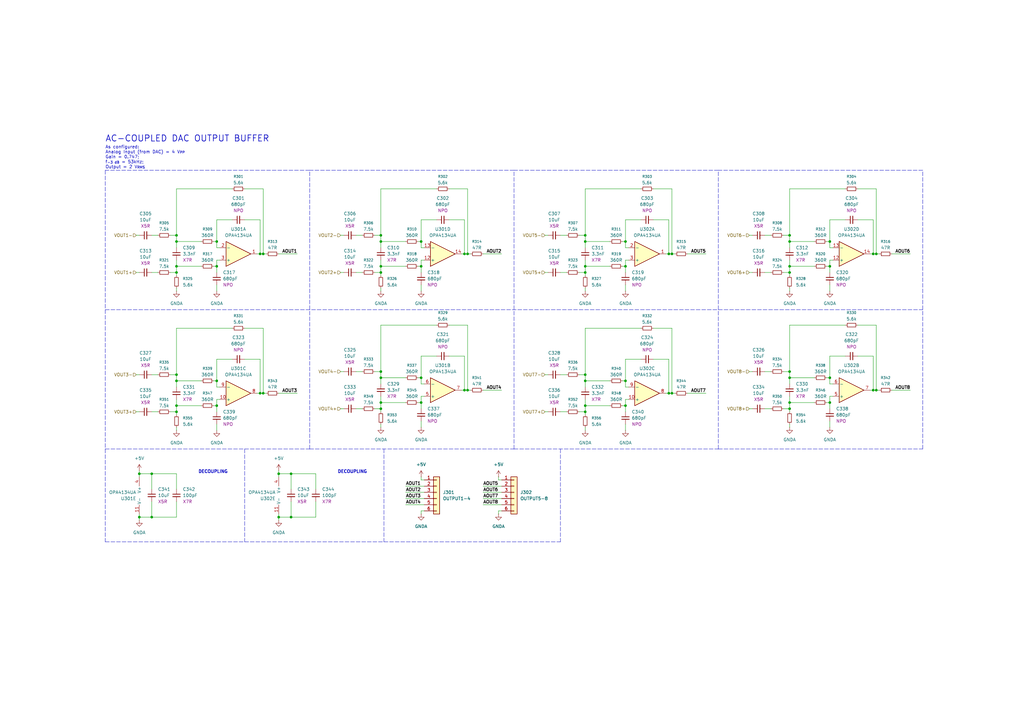
<source format=kicad_sch>
(kicad_sch (version 20250114) (generator "eeschema") (generator_version "9.0")
  (paper "A3")
  (title_block (title "PCM3168APAP Analog Outputs") (date "2026-01-13") (rev "0.1") (comment 1 "Post-LPF and Differential to Single-Ended Buffer for DAC Output") (comment 2 "See Figure 61 from PCM3168APAP datasheet, p. 54"))
  (text "As configured:\nAnalog Input (from DAC) = 4 V_{PP}\nGain = 0.747;\nf_{-3 dB} = 53kHz;\nOutput = 2 V_{RMS}" (at 43.18 59.69 0) (effects (font (size 1.27 1.27) (thickness 0.1588)) (justify left top)))
  (text "DECOUPLING" (at 81.28 194.31 0) (effects (font (size 1.27 1.27) (thickness 0.254) (bold yes)) (justify left bottom)))
  (text "AC-COUPLED DAC OUTPUT BUFFER" (at 43.18 58.42 0) (effects (font (size 2.54 2.54) (thickness 0.254) (bold yes)) (justify left bottom)))
  (text "DECOUPLING" (at 138.43 194.31 0) (effects (font (size 1.27 1.27) (thickness 0.254) (bold yes)) (justify left bottom)))
  (junction (at 119.38 212.09))
  (junction (at 323.85 99.06))
  (junction (at 340.36 109.22))
  (junction (at 72.39 99.06))
  (junction (at 256.54 166.37))
  (junction (at 57.15 194.31))
  (junction (at 359.41 104.14))
  (junction (at 106.68 104.14))
  (junction (at 256.54 156.21))
  (junction (at 340.36 165.1))
  (junction (at 72.39 156.21))
  (junction (at 114.3 194.31))
  (junction (at 323.85 96.52))
  (junction (at 114.3 212.09))
  (junction (at 358.14 160.02))
  (junction (at 275.59 161.29))
  (junction (at 156.21 96.52))
  (junction (at 72.39 109.22))
  (junction (at 172.72 99.06))
  (junction (at 323.85 165.1))
  (junction (at 359.41 160.02))
  (junction (at 172.72 109.22))
  (junction (at 240.03 166.37))
  (junction (at 240.03 99.06))
  (junction (at 172.72 165.1))
  (junction (at 72.39 96.52))
  (junction (at 240.03 111.76))
  (junction (at 256.54 99.06))
  (junction (at 340.36 154.94))
  (junction (at 107.95 104.14))
  (junction (at 240.03 156.21))
  (junction (at 274.32 161.29))
  (junction (at 57.15 212.09))
  (junction (at 88.9 156.21))
  (junction (at 323.85 154.94))
  (junction (at 72.39 168.91))
  (junction (at 323.85 167.64))
  (junction (at 240.03 109.22))
  (junction (at 156.21 167.64))
  (junction (at 172.72 154.94))
  (junction (at 62.23 212.09))
  (junction (at 191.77 160.02))
  (junction (at 107.95 161.29))
  (junction (at 62.23 194.31))
  (junction (at 274.32 104.14))
  (junction (at 323.85 111.76))
  (junction (at 358.14 104.14))
  (junction (at 119.38 194.31))
  (junction (at 156.21 111.76))
  (junction (at 323.85 109.22))
  (junction (at 323.85 152.4))
  (junction (at 106.68 161.29))
  (junction (at 190.5 160.02))
  (junction (at 72.39 166.37))
  (junction (at 72.39 111.76))
  (junction (at 156.21 165.1))
  (junction (at 275.59 104.14))
  (junction (at 156.21 109.22))
  (junction (at 190.5 104.14))
  (junction (at 191.77 104.14))
  (junction (at 72.39 153.67))
  (junction (at 88.9 99.06))
  (junction (at 156.21 99.06))
  (junction (at 88.9 166.37))
  (junction (at 88.9 109.22))
  (junction (at 240.03 168.91))
  (junction (at 156.21 154.94))
  (junction (at 256.54 109.22))
  (junction (at 156.21 152.4))
  (junction (at 240.03 153.67))
  (junction (at 340.36 99.06))
  (junction (at 240.03 96.52))
  (wire (pts (xy 156.21 99.06) (xy 166.37 99.06)))
  (wire (pts (xy 72.39 99.06) (xy 72.39 101.6)))
  (wire (pts (xy 55.88 153.67) (xy 57.15 153.67)))
  (wire (pts (xy 72.39 106.68) (xy 72.39 109.22)))
  (wire (pts (xy 57.15 210.82) (xy 57.15 212.09)))
  (wire (pts (xy 191.77 77.47) (xy 191.77 104.14)))
  (wire (pts (xy 72.39 175.26) (xy 72.39 176.53)))
  (wire (pts (xy 72.39 134.62) (xy 72.39 153.67)))
  (wire (pts (xy 359.41 160.02) (xy 360.68 160.02)))
  (wire (pts (xy 256.54 166.37) (xy 256.54 163.83)))
  (wire (pts (xy 190.5 104.14) (xy 189.23 104.14)))
  (wire (pts (xy 146.05 152.4) (xy 148.59 152.4)))
  (wire (pts (xy 72.39 156.21) (xy 82.55 156.21)))
  (wire (pts (xy 69.85 96.52) (xy 72.39 96.52)))
  (wire (pts (xy 255.27 99.06) (xy 256.54 99.06)))
  (wire (pts (xy 223.52 153.67) (xy 224.79 153.67)))
  (wire (pts (xy 87.63 156.21) (xy 88.9 156.21)))
  (wire (pts (xy 107.95 134.62) (xy 107.95 161.29)))
  (wire (pts (xy 88.9 116.84) (xy 88.9 119.38)))
  (wire (pts (xy 205.74 199.39) (xy 198.12 199.39)))
  (wire (pts (xy 339.09 109.22) (xy 340.36 109.22)))
  (wire (pts (xy 55.88 168.91) (xy 57.15 168.91)))
  (wire (pts (xy 72.39 205.74) (xy 72.39 212.09)))
  (wire (pts (xy 173.99 196.85) (xy 172.72 196.85)))
  (wire (pts (xy 72.39 194.31) (xy 62.23 194.31)))
  (polyline (pts (xy 127 69.85) (xy 43.18 69.85)) (stroke (width 0) (type dash)))
  (wire (pts (xy 321.31 167.64) (xy 323.85 167.64)))
  (wire (pts (xy 72.39 96.52) (xy 72.39 99.06)))
  (wire (pts (xy 256.54 158.75) (xy 257.81 158.75)))
  (wire (pts (xy 205.74 201.93) (xy 198.12 201.93)))
  (polyline (pts (xy 43.18 222.25) (xy 229.87 222.25)) (stroke (width 0) (type dash)))
  (wire (pts (xy 323.85 173.99) (xy 323.85 175.26)))
  (wire (pts (xy 240.03 77.47) (xy 240.03 96.52)))
  (wire (pts (xy 156.21 167.64) (xy 156.21 168.91)))
  (wire (pts (xy 156.21 106.68) (xy 156.21 109.22)))
  (wire (pts (xy 340.36 172.72) (xy 340.36 175.26)))
  (wire (pts (xy 179.07 133.35) (xy 156.21 133.35)))
  (wire (pts (xy 171.45 109.22) (xy 172.72 109.22)))
  (polyline (pts (xy 210.82 69.85) (xy 127 69.85)) (stroke (width 0) (type dash)))
  (wire (pts (xy 255.27 109.22) (xy 256.54 109.22)))
  (wire (pts (xy 359.41 104.14) (xy 360.68 104.14)))
  (wire (pts (xy 313.69 96.52) (xy 316.23 96.52)))
  (wire (pts (xy 153.67 167.64) (xy 156.21 167.64)))
  (wire (pts (xy 340.36 162.56) (xy 341.63 162.56)))
  (wire (pts (xy 240.03 153.67) (xy 240.03 156.21)))
  (wire (pts (xy 256.54 106.68) (xy 257.81 106.68)))
  (wire (pts (xy 229.87 168.91) (xy 232.41 168.91)))
  (wire (pts (xy 321.31 152.4) (xy 323.85 152.4)))
  (wire (pts (xy 340.36 99.06) (xy 340.36 101.6)))
  (wire (pts (xy 173.99 201.93) (xy 166.37 201.93)))
  (wire (pts (xy 340.36 146.05) (xy 340.36 154.94)))
  (wire (pts (xy 323.85 167.64) (xy 323.85 168.91)))
  (wire (pts (xy 340.36 154.94) (xy 340.36 157.48)))
  (wire (pts (xy 156.21 173.99) (xy 156.21 175.26)))
  (wire (pts (xy 139.7 167.64) (xy 140.97 167.64)))
  (wire (pts (xy 340.36 165.1) (xy 340.36 162.56)))
  (wire (pts (xy 88.9 109.22) (xy 88.9 106.68)))
  (wire (pts (xy 95.25 134.62) (xy 72.39 134.62)))
  (wire (pts (xy 62.23 205.74) (xy 62.23 212.09)))
  (wire (pts (xy 262.89 147.32) (xy 256.54 147.32)))
  (wire (pts (xy 323.85 109.22) (xy 334.01 109.22)))
  (wire (pts (xy 274.32 147.32) (xy 274.32 161.29)))
  (wire (pts (xy 346.71 133.35) (xy 323.85 133.35)))
  (wire (pts (xy 88.9 166.37) (xy 88.9 163.83)))
  (wire (pts (xy 237.49 96.52) (xy 240.03 96.52)))
  (wire (pts (xy 172.72 109.22) (xy 172.72 111.76)))
  (wire (pts (xy 172.72 157.48) (xy 173.99 157.48)))
  (wire (pts (xy 351.79 133.35) (xy 359.41 133.35)))
  (wire (pts (xy 72.39 163.83) (xy 72.39 166.37)))
  (wire (pts (xy 114.3 194.31) (xy 114.3 195.58)))
  (wire (pts (xy 173.99 204.47) (xy 166.37 204.47)))
  (wire (pts (xy 358.14 146.05) (xy 358.14 160.02)))
  (wire (pts (xy 107.95 77.47) (xy 107.95 104.14)))
  (wire (pts (xy 321.31 96.52) (xy 323.85 96.52)))
  (wire (pts (xy 184.15 146.05) (xy 190.5 146.05)))
  (wire (pts (xy 240.03 175.26) (xy 240.03 176.53)))
  (wire (pts (xy 323.85 154.94) (xy 323.85 157.48)))
  (wire (pts (xy 179.07 77.47) (xy 156.21 77.47)))
  (wire (pts (xy 179.07 90.17) (xy 172.72 90.17)))
  (wire (pts (xy 156.21 154.94) (xy 166.37 154.94)))
  (wire (pts (xy 156.21 111.76) (xy 156.21 113.03)))
  (wire (pts (xy 179.07 146.05) (xy 172.72 146.05)))
  (wire (pts (xy 307.34 152.4) (xy 308.61 152.4)))
  (wire (pts (xy 359.41 133.35) (xy 359.41 160.02)))
  (wire (pts (xy 237.49 153.67) (xy 240.03 153.67)))
  (wire (pts (xy 156.21 109.22) (xy 156.21 111.76)))
  (wire (pts (xy 256.54 101.6) (xy 257.81 101.6)))
  (wire (pts (xy 72.39 109.22) (xy 82.55 109.22)))
  (wire (pts (xy 267.97 90.17) (xy 274.32 90.17)))
  (wire (pts (xy 321.31 111.76) (xy 323.85 111.76)))
  (wire (pts (xy 172.72 90.17) (xy 172.72 99.06)))
  (wire (pts (xy 204.47 209.55) (xy 205.74 209.55)))
  (wire (pts (xy 346.71 77.47) (xy 323.85 77.47)))
  (wire (pts (xy 204.47 210.82) (xy 204.47 209.55)))
  (wire (pts (xy 256.54 156.21) (xy 256.54 158.75)))
  (wire (pts (xy 156.21 109.22) (xy 166.37 109.22)))
  (wire (pts (xy 153.67 96.52) (xy 156.21 96.52)))
  (wire (pts (xy 340.36 109.22) (xy 340.36 106.68)))
  (wire (pts (xy 156.21 152.4) (xy 156.21 154.94)))
  (wire (pts (xy 107.95 161.29) (xy 109.22 161.29)))
  (wire (pts (xy 240.03 166.37) (xy 240.03 168.91)))
  (wire (pts (xy 69.85 111.76) (xy 72.39 111.76)))
  (wire (pts (xy 146.05 96.52) (xy 148.59 96.52)))
  (wire (pts (xy 55.88 111.76) (xy 57.15 111.76)))
  (wire (pts (xy 191.77 104.14) (xy 193.04 104.14)))
  (wire (pts (xy 106.68 161.29) (xy 105.41 161.29)))
  (wire (pts (xy 72.39 200.66) (xy 72.39 194.31)))
  (wire (pts (xy 198.12 160.02) (xy 205.74 160.02)))
  (wire (pts (xy 129.54 205.74) (xy 129.54 212.09)))
  (polyline (pts (xy 378.46 184.15) (xy 378.46 69.85)) (stroke (width 0) (type dash)))
  (wire (pts (xy 240.03 99.06) (xy 250.19 99.06)))
  (wire (pts (xy 365.76 104.14) (xy 373.38 104.14)))
  (wire (pts (xy 275.59 77.47) (xy 275.59 104.14)))
  (wire (pts (xy 346.71 146.05) (xy 340.36 146.05)))
  (polyline (pts (xy 378.46 69.85) (xy 294.64 69.85)) (stroke (width 0) (type dash)))
  (wire (pts (xy 146.05 111.76) (xy 148.59 111.76)))
  (wire (pts (xy 359.41 160.02) (xy 358.14 160.02)))
  (wire (pts (xy 256.54 173.99) (xy 256.54 176.53)))
  (wire (pts (xy 156.21 118.11) (xy 156.21 119.38)))
  (wire (pts (xy 100.33 134.62) (xy 107.95 134.62)))
  (wire (pts (xy 100.33 90.17) (xy 106.68 90.17)))
  (wire (pts (xy 274.32 90.17) (xy 274.32 104.14)))
  (wire (pts (xy 267.97 147.32) (xy 274.32 147.32)))
  (wire (pts (xy 62.23 194.31) (xy 57.15 194.31)))
  (polyline (pts (xy 229.87 184.15) (xy 229.87 222.25)) (stroke (width 0) (type dash)))
  (wire (pts (xy 57.15 193.04) (xy 57.15 194.31)))
  (wire (pts (xy 172.72 109.22) (xy 172.72 106.68)))
  (wire (pts (xy 267.97 77.47) (xy 275.59 77.47)))
  (wire (pts (xy 358.14 160.02) (xy 356.87 160.02)))
  (wire (pts (xy 237.49 168.91) (xy 240.03 168.91)))
  (wire (pts (xy 172.72 172.72) (xy 172.72 175.26)))
  (polyline (pts (xy 157.48 184.15) (xy 157.48 222.25)) (stroke (width 0) (type dash)))
  (wire (pts (xy 340.36 157.48) (xy 341.63 157.48)))
  (wire (pts (xy 72.39 166.37) (xy 82.55 166.37)))
  (wire (pts (xy 256.54 163.83) (xy 257.81 163.83)))
  (wire (pts (xy 359.41 77.47) (xy 359.41 104.14)))
  (wire (pts (xy 191.77 160.02) (xy 190.5 160.02)))
  (wire (pts (xy 190.5 160.02) (xy 189.23 160.02)))
  (wire (pts (xy 313.69 152.4) (xy 316.23 152.4)))
  (wire (pts (xy 156.21 165.1) (xy 166.37 165.1)))
  (wire (pts (xy 88.9 106.68) (xy 90.17 106.68)))
  (polyline (pts (xy 210.82 184.15) (xy 210.82 69.85)) (stroke (width 0) (type dash)))
  (wire (pts (xy 307.34 96.52) (xy 308.61 96.52)))
  (wire (pts (xy 95.25 147.32) (xy 88.9 147.32)))
  (wire (pts (xy 156.21 99.06) (xy 156.21 101.6)))
  (wire (pts (xy 240.03 156.21) (xy 250.19 156.21)))
  (wire (pts (xy 323.85 165.1) (xy 334.01 165.1)))
  (wire (pts (xy 107.95 104.14) (xy 106.68 104.14)))
  (wire (pts (xy 281.94 161.29) (xy 289.56 161.29)))
  (wire (pts (xy 72.39 212.09) (xy 62.23 212.09)))
  (wire (pts (xy 156.21 154.94) (xy 156.21 157.48)))
  (wire (pts (xy 323.85 165.1) (xy 323.85 167.64)))
  (wire (pts (xy 69.85 153.67) (xy 72.39 153.67)))
  (wire (pts (xy 307.34 167.64) (xy 308.61 167.64)))
  (wire (pts (xy 323.85 118.11) (xy 323.85 119.38)))
  (wire (pts (xy 72.39 118.11) (xy 72.39 119.38)))
  (wire (pts (xy 323.85 154.94) (xy 334.01 154.94)))
  (wire (pts (xy 358.14 104.14) (xy 356.87 104.14)))
  (wire (pts (xy 88.9 101.6) (xy 90.17 101.6)))
  (wire (pts (xy 275.59 104.14) (xy 274.32 104.14)))
  (polyline (pts (xy 43.18 69.85) (xy 43.18 184.15)) (stroke (width 0) (type dash)))
  (wire (pts (xy 129.54 194.31) (xy 119.38 194.31)))
  (wire (pts (xy 229.87 96.52) (xy 232.41 96.52)))
  (wire (pts (xy 62.23 111.76) (xy 64.77 111.76)))
  (wire (pts (xy 256.54 147.32) (xy 256.54 156.21)))
  (wire (pts (xy 172.72 165.1) (xy 172.72 167.64)))
  (wire (pts (xy 156.21 165.1) (xy 156.21 167.64)))
  (wire (pts (xy 229.87 111.76) (xy 232.41 111.76)))
  (wire (pts (xy 156.21 162.56) (xy 156.21 165.1)))
  (wire (pts (xy 240.03 111.76) (xy 240.03 113.03)))
  (wire (pts (xy 106.68 104.14) (xy 105.41 104.14)))
  (wire (pts (xy 72.39 99.06) (xy 82.55 99.06)))
  (wire (pts (xy 281.94 104.14) (xy 289.56 104.14)))
  (polyline (pts (xy 294.64 184.15) (xy 294.64 69.85)) (stroke (width 0) (type dash)))
  (wire (pts (xy 359.41 104.14) (xy 358.14 104.14)))
  (wire (pts (xy 139.7 111.76) (xy 140.97 111.76)))
  (wire (pts (xy 223.52 168.91) (xy 224.79 168.91)))
  (wire (pts (xy 190.5 146.05) (xy 190.5 160.02)))
  (wire (pts (xy 87.63 166.37) (xy 88.9 166.37)))
  (wire (pts (xy 340.36 116.84) (xy 340.36 119.38)))
  (wire (pts (xy 323.85 133.35) (xy 323.85 152.4)))
  (polyline (pts (xy 100.33 184.15) (xy 100.33 222.25)) (stroke (width 0) (type dash)))
  (wire (pts (xy 107.95 161.29) (xy 106.68 161.29)))
  (wire (pts (xy 114.3 210.82) (xy 114.3 212.09)))
  (wire (pts (xy 95.25 90.17) (xy 88.9 90.17)))
  (wire (pts (xy 256.54 116.84) (xy 256.54 119.38)))
  (wire (pts (xy 191.77 133.35) (xy 191.77 160.02)))
  (wire (pts (xy 323.85 96.52) (xy 323.85 99.06)))
  (wire (pts (xy 119.38 205.74) (xy 119.38 212.09)))
  (wire (pts (xy 240.03 163.83) (xy 240.03 166.37)))
  (wire (pts (xy 184.15 133.35) (xy 191.77 133.35)))
  (wire (pts (xy 88.9 156.21) (xy 88.9 158.75)))
  (wire (pts (xy 275.59 161.29) (xy 276.86 161.29)))
  (wire (pts (xy 323.85 106.68) (xy 323.85 109.22)))
  (wire (pts (xy 240.03 134.62) (xy 240.03 153.67)))
  (wire (pts (xy 156.21 77.47) (xy 156.21 96.52)))
  (polyline (pts (xy 43.18 184.15) (xy 43.18 222.25)) (stroke (width 0) (type dash)))
  (wire (pts (xy 88.9 99.06) (xy 88.9 101.6)))
  (wire (pts (xy 340.36 109.22) (xy 340.36 111.76)))
  (wire (pts (xy 62.23 168.91) (xy 64.77 168.91)))
  (wire (pts (xy 114.3 212.09) (xy 114.3 213.36)))
  (wire (pts (xy 240.03 166.37) (xy 250.19 166.37)))
  (wire (pts (xy 153.67 152.4) (xy 156.21 152.4)))
  (wire (pts (xy 275.59 104.14) (xy 276.86 104.14)))
  (wire (pts (xy 129.54 212.09) (xy 119.38 212.09)))
  (wire (pts (xy 240.03 168.91) (xy 240.03 170.18)))
  (wire (pts (xy 153.67 111.76) (xy 156.21 111.76)))
  (wire (pts (xy 323.85 77.47) (xy 323.85 96.52)))
  (wire (pts (xy 88.9 163.83) (xy 90.17 163.83)))
  (wire (pts (xy 173.99 199.39) (xy 166.37 199.39)))
  (wire (pts (xy 256.54 90.17) (xy 256.54 99.06)))
  (wire (pts (xy 72.39 77.47) (xy 72.39 96.52)))
  (wire (pts (xy 240.03 118.11) (xy 240.03 119.38)))
  (wire (pts (xy 340.36 101.6) (xy 341.63 101.6)))
  (wire (pts (xy 267.97 134.62) (xy 275.59 134.62)))
  (wire (pts (xy 184.15 77.47) (xy 191.77 77.47)))
  (wire (pts (xy 62.23 96.52) (xy 64.77 96.52)))
  (wire (pts (xy 106.68 90.17) (xy 106.68 104.14)))
  (wire (pts (xy 171.45 99.06) (xy 172.72 99.06)))
  (wire (pts (xy 255.27 156.21) (xy 256.54 156.21)))
  (wire (pts (xy 156.21 133.35) (xy 156.21 152.4)))
  (wire (pts (xy 262.89 77.47) (xy 240.03 77.47)))
  (wire (pts (xy 358.14 90.17) (xy 358.14 104.14)))
  (wire (pts (xy 256.54 109.22) (xy 256.54 111.76)))
  (wire (pts (xy 191.77 160.02) (xy 193.04 160.02)))
  (wire (pts (xy 88.9 173.99) (xy 88.9 176.53)))
  (polyline (pts (xy 127 184.15) (xy 127 69.85)) (stroke (width 0) (type dash)))
  (wire (pts (xy 88.9 166.37) (xy 88.9 168.91)))
  (wire (pts (xy 88.9 158.75) (xy 90.17 158.75)))
  (wire (pts (xy 256.54 166.37) (xy 256.54 168.91)))
  (wire (pts (xy 55.88 96.52) (xy 57.15 96.52)))
  (wire (pts (xy 114.3 104.14) (xy 121.92 104.14)))
  (wire (pts (xy 106.68 147.32) (xy 106.68 161.29)))
  (wire (pts (xy 205.74 207.01) (xy 198.12 207.01)))
  (wire (pts (xy 88.9 147.32) (xy 88.9 156.21)))
  (wire (pts (xy 240.03 109.22) (xy 240.03 111.76)))
  (wire (pts (xy 72.39 168.91) (xy 72.39 170.18)))
  (polyline (pts (xy 294.64 69.85) (xy 210.82 69.85)) (stroke (width 0) (type dash)))
  (wire (pts (xy 351.79 77.47) (xy 359.41 77.47)))
  (wire (pts (xy 119.38 212.09) (xy 114.3 212.09)))
  (wire (pts (xy 62.23 200.66) (xy 62.23 194.31)))
  (wire (pts (xy 87.63 99.06) (xy 88.9 99.06)))
  (wire (pts (xy 119.38 194.31) (xy 114.3 194.31)))
  (wire (pts (xy 184.15 90.17) (xy 190.5 90.17)))
  (wire (pts (xy 255.27 166.37) (xy 256.54 166.37)))
  (wire (pts (xy 274.32 161.29) (xy 273.05 161.29)))
  (wire (pts (xy 205.74 204.47) (xy 198.12 204.47)))
  (wire (pts (xy 72.39 111.76) (xy 72.39 113.03)))
  (polyline (pts (xy 210.82 184.15) (xy 294.64 184.15)) (stroke (width 0) (type dash)))
  (wire (pts (xy 339.09 154.94) (xy 340.36 154.94)))
  (wire (pts (xy 172.72 196.85) (xy 172.72 195.58)))
  (wire (pts (xy 323.85 111.76) (xy 323.85 113.03)))
  (wire (pts (xy 172.72 146.05) (xy 172.72 154.94)))
  (wire (pts (xy 139.7 96.52) (xy 140.97 96.52)))
  (wire (pts (xy 274.32 104.14) (xy 273.05 104.14)))
  (wire (pts (xy 240.03 96.52) (xy 240.03 99.06)))
  (wire (pts (xy 351.79 146.05) (xy 358.14 146.05)))
  (wire (pts (xy 114.3 193.04) (xy 114.3 194.31)))
  (wire (pts (xy 323.85 152.4) (xy 323.85 154.94)))
  (wire (pts (xy 62.23 212.09) (xy 57.15 212.09)))
  (wire (pts (xy 146.05 167.64) (xy 148.59 167.64)))
  (wire (pts (xy 171.45 154.94) (xy 172.72 154.94)))
  (wire (pts (xy 139.7 152.4) (xy 140.97 152.4)))
  (wire (pts (xy 323.85 99.06) (xy 334.01 99.06)))
  (wire (pts (xy 95.25 77.47) (xy 72.39 77.47)))
  (wire (pts (xy 262.89 90.17) (xy 256.54 90.17)))
  (wire (pts (xy 204.47 196.85) (xy 204.47 195.58)))
  (wire (pts (xy 72.39 166.37) (xy 72.39 168.91)))
  (wire (pts (xy 88.9 109.22) (xy 88.9 111.76)))
  (wire (pts (xy 114.3 161.29) (xy 121.92 161.29)))
  (wire (pts (xy 119.38 200.66) (xy 119.38 194.31)))
  (wire (pts (xy 107.95 104.14) (xy 109.22 104.14)))
  (wire (pts (xy 346.71 90.17) (xy 340.36 90.17)))
  (wire (pts (xy 172.72 101.6) (xy 173.99 101.6)))
  (wire (pts (xy 172.72 99.06) (xy 172.72 101.6)))
  (wire (pts (xy 171.45 165.1) (xy 172.72 165.1)))
  (wire (pts (xy 339.09 99.06) (xy 340.36 99.06)))
  (wire (pts (xy 256.54 99.06) (xy 256.54 101.6)))
  (wire (pts (xy 72.39 156.21) (xy 72.39 158.75)))
  (wire (pts (xy 323.85 162.56) (xy 323.85 165.1)))
  (wire (pts (xy 72.39 109.22) (xy 72.39 111.76)))
  (wire (pts (xy 69.85 168.91) (xy 72.39 168.91)))
  (wire (pts (xy 223.52 96.52) (xy 224.79 96.52)))
  (wire (pts (xy 100.33 77.47) (xy 107.95 77.47)))
  (wire (pts (xy 256.54 109.22) (xy 256.54 106.68)))
  (wire (pts (xy 275.59 161.29) (xy 274.32 161.29)))
  (wire (pts (xy 190.5 90.17) (xy 190.5 104.14)))
  (wire (pts (xy 223.52 111.76) (xy 224.79 111.76)))
  (wire (pts (xy 240.03 99.06) (xy 240.03 101.6)))
  (wire (pts (xy 262.89 134.62) (xy 240.03 134.62)))
  (polyline (pts (xy 43.18 184.15) (xy 127 184.15)) (stroke (width 0) (type dash)))
  (wire (pts (xy 100.33 147.32) (xy 106.68 147.32)))
  (wire (pts (xy 307.34 111.76) (xy 308.61 111.76)))
  (wire (pts (xy 156.21 96.52) (xy 156.21 99.06)))
  (wire (pts (xy 172.72 165.1) (xy 172.72 162.56)))
  (wire (pts (xy 323.85 99.06) (xy 323.85 101.6)))
  (wire (pts (xy 340.36 90.17) (xy 340.36 99.06)))
  (wire (pts (xy 57.15 194.31) (xy 57.15 195.58)))
  (wire (pts (xy 191.77 104.14) (xy 190.5 104.14)))
  (wire (pts (xy 87.63 109.22) (xy 88.9 109.22)))
  (wire (pts (xy 172.72 162.56) (xy 173.99 162.56)))
  (wire (pts (xy 173.99 207.01) (xy 166.37 207.01)))
  (wire (pts (xy 229.87 153.67) (xy 232.41 153.67)))
  (wire (pts (xy 275.59 134.62) (xy 275.59 161.29)))
  (wire (pts (xy 240.03 156.21) (xy 240.03 158.75)))
  (wire (pts (xy 129.54 200.66) (xy 129.54 194.31)))
  (wire (pts (xy 339.09 165.1) (xy 340.36 165.1)))
  (wire (pts (xy 313.69 167.64) (xy 316.23 167.64)))
  (wire (pts (xy 57.15 212.09) (xy 57.15 213.36)))
  (wire (pts (xy 237.49 111.76) (xy 240.03 111.76)))
  (wire (pts (xy 172.72 210.82) (xy 172.72 209.55)))
  (wire (pts (xy 62.23 153.67) (xy 64.77 153.67)))
  (wire (pts (xy 172.72 209.55) (xy 173.99 209.55)))
  (wire (pts (xy 240.03 106.68) (xy 240.03 109.22)))
  (polyline (pts (xy 43.18 127) (xy 378.46 127)) (stroke (width 0) (type dash)))
  (wire (pts (xy 323.85 109.22) (xy 323.85 111.76)))
  (wire (pts (xy 365.76 160.02) (xy 373.38 160.02)))
  (wire (pts (xy 340.36 165.1) (xy 340.36 167.64)))
  (wire (pts (xy 205.74 196.85) (xy 204.47 196.85)))
  (wire (pts (xy 88.9 90.17) (xy 88.9 99.06)))
  (wire (pts (xy 351.79 90.17) (xy 358.14 90.17)))
  (wire (pts (xy 240.03 109.22) (xy 250.19 109.22)))
  (wire (pts (xy 198.12 104.14) (xy 205.74 104.14)))
  (wire (pts (xy 172.72 106.68) (xy 173.99 106.68)))
  (polyline (pts (xy 294.64 184.15) (xy 378.46 184.15)) (stroke (width 0) (type dash)))
  (polyline (pts (xy 127 184.15) (xy 210.82 184.15)) (stroke (width 0) (type dash)))
  (wire (pts (xy 313.69 111.76) (xy 316.23 111.76)))
  (wire (pts (xy 172.72 154.94) (xy 172.72 157.48)))
  (wire (pts (xy 72.39 153.67) (xy 72.39 156.21)))
  (wire (pts (xy 340.36 106.68) (xy 341.63 106.68)))
  (wire (pts (xy 172.72 116.84) (xy 172.72 119.38)))
  (label "AOUT8" (at 198.12 207.01 0) (effects (font (thickness 0.254) (bold yes))))
  (label "AOUT4" (at 166.37 207.01 0) (effects (font (thickness 0.254) (bold yes))))
  (label "AOUT6" (at 198.12 201.93 0) (effects (font (thickness 0.254) (bold yes))))
  (label "AOUT8" (at 373.38 160.02 180) (effects (font (thickness 0.254) (bold yes))))
  (label "AOUT1" (at 166.37 199.39 0) (effects (font (thickness 0.254) (bold yes))))
  (label "AOUT2" (at 166.37 201.93 0) (effects (font (thickness 0.254) (bold yes))))
  (label "AOUT7" (at 289.56 161.29 180) (effects (font (thickness 0.254) (bold yes))))
  (label "AOUT6" (at 373.38 104.14 180) (effects (font (thickness 0.254) (bold yes))))
  (label "AOUT7" (at 198.12 204.47 0) (effects (font (thickness 0.254) (bold yes))))
  (label "AOUT3" (at 166.37 204.47 0) (effects (font (thickness 0.254) (bold yes))))
  (label "AOUT3" (at 121.92 161.29 180) (effects (font (thickness 0.254) (bold yes))))
  (label "AOUT5" (at 198.12 199.39 0) (effects (font (thickness 0.254) (bold yes))))
  (label "AOUT4" (at 205.74 160.02 180) (effects (font (thickness 0.254) (bold yes))))
  (label "AOUT1" (at 121.92 104.14 180) (effects (font (thickness 0.254) (bold yes))))
  (label "AOUT2" (at 205.74 104.14 180) (effects (font (thickness 0.254) (bold yes))))
  (label "AOUT5" (at 289.56 104.14 180) (effects (font (thickness 0.254) (bold yes))))
  (hierarchical_label "VOUT3-" (shape input) (at 55.88 153.67 180))
  (hierarchical_label "VOUT4+" (shape input) (at 139.7 167.64 180))
  (hierarchical_label "VOUT8+" (shape input) (at 307.34 167.64 180))
  (hierarchical_label "VOUT7+" (shape input) (at 223.52 168.91 180))
  (hierarchical_label "VOUT5-" (shape input) (at 223.52 96.52 180))
  (hierarchical_label "VOUT8-" (shape input) (at 307.34 152.4 180))
  (hierarchical_label "VOUT4-" (shape input) (at 139.7 152.4 180))
  (hierarchical_label "VOUT5+" (shape input) (at 223.52 111.76 180))
  (hierarchical_label "VOUT3+" (shape input) (at 55.88 168.91 180))
  (hierarchical_label "VOUT1+" (shape input) (at 55.88 111.76 180))
  (hierarchical_label "VOUT2+" (shape input) (at 139.7 111.76 180))
  (hierarchical_label "VOUT7-" (shape input) (at 223.52 153.67 180))
  (hierarchical_label "VOUT1-" (shape input) (at 55.88 96.52 180))
  (hierarchical_label "VOUT2-" (shape input) (at 139.7 96.52 180))
  (hierarchical_label "VOUT6-" (shape input) (at 307.34 96.52 180))
  (hierarchical_label "VOUT6+" (shape input) (at 307.34 111.76 180))
  (symbol (lib_id "Device:R_Small") (at 234.95 111.76 90) (unit 1)
    (property "Reference" "R323" (at 234.95 106.68 90) (effects (font (size 1.016 1.016))))
    (property "Value" "7.5k" (at 234.95 109.22 90))
    (property "Footprint" "Resistor_SMD:R_0402_1005Metric" (effects (hide yes)))
    (property "Description" "Resistor, small symbol" (effects (hide yes)))
  )
  (symbol (lib_id "Device:C_Small") (at 59.69 96.52 90) (unit 1)
    (property "Reference" "C305" (at 59.69 87.63 90))
    (property "Value" "10uF" (at 59.69 90.17 90))
    (property "Footprint" "Capacitor_SMD:C_0603_1608Metric" (effects (hide yes)))
    (property "Description" "X5R" (at 59.69 92.71 90))
  )
  (symbol (lib_id "Device:R_Small") (at 168.91 154.94 90) (unit 1)
    (property "Reference" "R337" (at 168.91 149.86 90) (effects (font (size 1.016 1.016))))
    (property "Value" "360R" (at 168.91 152.4 90))
    (property "Footprint" "Resistor_SMD:R_0402_1005Metric" (effects (hide yes)))
    (property "Description" "Resistor, small symbol" (effects (hide yes)))
  )
  (symbol (lib_id "Device:R_Small") (at 363.22 104.14 270) (unit 1)
    (property "Reference" "R316" (at 363.22 99.06 90) (effects (font (size 1.016 1.016))))
    (property "Value" "47R" (at 363.22 101.6 90))
    (property "Footprint" "Resistor_SMD:R_0402_1005Metric" (effects (hide yes)))
    (property "Description" "Resistor, small symbol" (effects (hide yes)))
  )
  (symbol (lib_id "power:+5V") (at 204.47 195.58 0) (unit 1)
    (property "Reference" "#PWR0320" (effects (hide yes)))
    (property "Value" "+5V" (at 204.47 190.5 0))
    (property "Description" "Power symbol creates a global label with name \"+5V\"" (effects (hide yes)))
  )
  (symbol (lib_id "Device:R_Small") (at 265.43 77.47 270) (unit 1)
    (property "Reference" "R303" (at 265.43 72.39 90) (effects (font (size 1.016 1.016))))
    (property "Value" "5.6k" (at 265.43 74.93 90))
    (property "Footprint" "Resistor_SMD:R_0402_1005Metric" (effects (hide yes)))
    (property "Description" "Resistor, small symbol" (effects (hide yes)))
  )
  (symbol (lib_id "Device:R_Small") (at 97.79 134.62 270) (unit 1)
    (property "Reference" "R331" (at 97.79 129.54 90) (effects (font (size 1.016 1.016))))
    (property "Value" "5.6k" (at 97.79 132.08 90))
    (property "Footprint" "Resistor_SMD:R_0402_1005Metric" (effects (hide yes)))
    (property "Description" "Resistor, small symbol" (effects (hide yes)))
  )
  (symbol (lib_id "Device:R_Small") (at 151.13 167.64 90) (unit 1)
    (property "Reference" "R349" (at 151.13 162.56 90) (effects (font (size 1.016 1.016))))
    (property "Value" "7.5k" (at 151.13 165.1 90))
    (property "Footprint" "Resistor_SMD:R_0402_1005Metric" (effects (hide yes)))
    (property "Description" "Resistor, small symbol" (effects (hide yes)))
  )
  (symbol (lib_id "Device:R_Small") (at 97.79 77.47 270) (unit 1)
    (property "Reference" "R301" (at 97.79 72.39 90) (effects (font (size 1.016 1.016))))
    (property "Value" "5.6k" (at 97.79 74.93 90))
    (property "Footprint" "Resistor_SMD:R_0402_1005Metric" (effects (hide yes)))
    (property "Description" "Resistor, small symbol" (effects (hide yes)))
  )
  (symbol (lib_id "Device:R_Small") (at 85.09 109.22 90) (unit 1)
    (property "Reference" "R317" (at 85.09 104.14 90) (effects (font (size 1.016 1.016))))
    (property "Value" "360R" (at 85.09 106.68 90))
    (property "Footprint" "Resistor_SMD:R_0402_1005Metric" (effects (hide yes)))
    (property "Description" "Resistor, small symbol" (effects (hide yes)))
  )
  (symbol (lib_id "Device:C_Small") (at 311.15 152.4 90) (unit 1)
    (property "Reference" "C326" (at 311.15 143.51 90))
    (property "Value" "10uF" (at 311.15 146.05 90))
    (property "Footprint" "Capacitor_SMD:C_0603_1608Metric" (effects (hide yes)))
    (property "Description" "X5R" (at 311.15 148.59 90))
  )
  (symbol (lib_id "power:+5V") (at 57.15 193.04 0) (unit 1)
    (property "Reference" "#PWR0317" (effects (hide yes)))
    (property "Value" "+5V" (at 57.15 187.96 0))
    (property "Description" "Power symbol creates a global label with name \"+5V\"" (effects (hide yes)))
  )
  (symbol (lib_id "Device:R_Small") (at 336.55 154.94 90) (unit 1)
    (property "Reference" "R338" (at 336.55 149.86 90) (effects (font (size 1.016 1.016))))
    (property "Value" "360R" (at 336.55 152.4 90))
    (property "Footprint" "Resistor_SMD:R_0402_1005Metric" (effects (hide yes)))
    (property "Description" "Resistor, small symbol" (effects (hide yes)))
  )
  (symbol (lib_id "power:+5V") (at 172.72 195.58 0) (unit 1)
    (property "Reference" "#PWR0319" (effects (hide yes)))
    (property "Value" "+5V" (at 172.72 190.5 0))
    (property "Description" "Power symbol creates a global label with name \"+5V\"" (effects (hide yes)))
  )
  (symbol (lib_id "Device:R_Small") (at 323.85 171.45 180) (unit 1)
    (property "Reference" "R354" (at 326.39 170.1799 0) (effects (font (size 1.016 1.016)) (justify right)))
    (property "Value" "5.6k" (at 326.39 172.7199 0) (effects (justify right)))
    (property "Footprint" "Resistor_SMD:R_0402_1005Metric" (effects (hide yes)))
    (property "Description" "Resistor, small symbol" (effects (hide yes)))
  )
  (symbol (lib_id "Connector_Generic:Conn_01x06") (at 210.82 201.93 0) (unit 1)
    (property "Reference" "J302" (at 213.36 201.9299 0) (effects (justify left)))
    (property "Value" "OUTPUT5-8" (at 213.36 204.4699 0) (effects (justify left)))
    (property "Footprint" "Connector_PinHeader_2.54mm:PinHeader_1x06_P2.54mm_Vertical" (effects (hide yes)))
    (property "Description" "Generic connector, single row, 01x06, script generated (kicad-library-utils/schlib/autogen/connector/)" (effects (hide yes)))
  )
  (symbol (lib_id "Device:C_Small") (at 72.39 104.14 0) (unit 1)
    (property "Reference" "C309" (at 74.93 101.6 0) (effects (justify left)))
    (property "Value" "3.3nF" (at 74.93 104.14 0) (effects (justify left)))
    (property "Footprint" "Capacitor_SMD:C_0402_1005Metric" (effects (hide yes)))
    (property "Description" "X7R" (at 74.93 106.6738 0) (effects (justify left)))
  )
  (symbol (lib_id "Amplifier_Operational:OPA4134") (at 181.61 160.02 0) (mirror x) (unit 2)
    (property "Reference" "U301" (at 181.61 149.86 0))
    (property "Value" "OPA4134UA" (at 181.61 152.4 0))
    (property "Footprint" "Package_SO:SOIC-14_3.9x8.7mm_P1.27mm" (effects (hide yes)))
    (property "Datasheet" "http://www.ti.com/lit/ds/symlink/opa134.pdf" (effects (hide yes)))
    (property "Description" "Quad SoundPlus High Performance Audio Operational Amplifiers, SOIC-14" (effects (hide yes)))
  )
  (symbol (lib_id "Device:C_Small") (at 349.25 146.05 90) (unit 1)
    (property "Reference" "C322" (at 349.25 137.16 90))
    (property "Value" "680pF" (at 349.25 139.7 90))
    (property "Footprint" "Capacitor_SMD:C_0603_1608Metric" (effects (hide yes)))
    (property "Description" "NPO" (at 349.25 142.24 90))
  )
  (symbol (lib_id "Device:C_Small") (at 59.69 153.67 90) (unit 1)
    (property "Reference" "C327" (at 59.69 144.78 90))
    (property "Value" "10uF" (at 59.69 147.32 90))
    (property "Footprint" "Capacitor_SMD:C_0603_1608Metric" (effects (hide yes)))
    (property "Description" "X5R" (at 59.69 149.86 90))
  )
  (symbol (lib_id "Device:C_Small") (at 156.21 104.14 0) (unit 1)
    (property "Reference" "C310" (at 158.75 101.6 0) (effects (justify left)))
    (property "Value" "3.3nF" (at 158.75 104.14 0) (effects (justify left)))
    (property "Footprint" "Capacitor_SMD:C_0402_1005Metric" (effects (hide yes)))
    (property "Description" "X7R" (at 158.75 106.6738 0) (effects (justify left)))
  )
  (symbol (lib_id "Device:R_Small") (at 181.61 77.47 270) (unit 1)
    (property "Reference" "R302" (at 181.61 72.39 90) (effects (font (size 1.016 1.016))))
    (property "Value" "5.6k" (at 181.61 74.93 90))
    (property "Footprint" "Resistor_SMD:R_0402_1005Metric" (effects (hide yes)))
    (property "Description" "Resistor, small symbol" (effects (hide yes)))
  )
  (symbol (lib_id "Amplifier_Operational:OPA4134") (at 349.25 104.14 0) (mirror x) (unit 4)
    (property "Reference" "U302" (at 349.25 93.98 0))
    (property "Value" "OPA4134UA" (at 349.25 96.52 0))
    (property "Footprint" "Package_SO:SOIC-14_3.9x8.7mm_P1.27mm" (effects (hide yes)))
    (property "Datasheet" "http://www.ti.com/lit/ds/symlink/opa134.pdf" (effects (hide yes)))
    (property "Description" "Quad SoundPlus High Performance Audio Operational Amplifiers, SOIC-14" (effects (hide yes)))
  )
  (symbol (lib_id "Device:R_Small") (at 252.73 156.21 90) (unit 1)
    (property "Reference" "R340" (at 252.73 151.13 90) (effects (font (size 1.016 1.016))))
    (property "Value" "360R" (at 252.73 153.67 90))
    (property "Footprint" "Resistor_SMD:R_0402_1005Metric" (effects (hide yes)))
    (property "Description" "Resistor, small symbol" (effects (hide yes)))
  )
  (symbol (lib_id "Device:C_Small") (at 227.33 153.67 90) (unit 1)
    (property "Reference" "C328" (at 227.33 144.78 90))
    (property "Value" "10uF" (at 227.33 147.32 90))
    (property "Footprint" "Capacitor_SMD:C_0603_1608Metric" (effects (hide yes)))
    (property "Description" "X5R" (at 227.33 149.86 90))
  )
  (symbol (lib_id "power:GNDA") (at 57.15 213.36 0) (unit 1)
    (property "Reference" "#PWR0323" (effects (hide yes)))
    (property "Value" "GNDA" (at 57.15 218.44 0))
    (property "Description" "Power symbol creates a global label with name \"GNDA\" , analog ground" (effects (hide yes)))
  )
  (symbol (lib_id "Device:R_Small") (at 72.39 115.57 180) (unit 1)
    (property "Reference" "R325" (at 74.93 114.2999 0) (effects (font (size 1.016 1.016)) (justify right)))
    (property "Value" "5.6k" (at 74.93 116.8399 0) (effects (justify right)))
    (property "Footprint" "Resistor_SMD:R_0402_1005Metric" (effects (hide yes)))
    (property "Description" "Resistor, small symbol" (effects (hide yes)))
  )
  (symbol (lib_id "power:GNDA") (at 156.21 119.38 0) (unit 1)
    (property "Reference" "#PWR0303" (effects (hide yes)))
    (property "Value" "GNDA" (at 156.21 124.46 0))
    (property "Description" "Power symbol creates a global label with name \"GNDA\" , analog ground" (effects (hide yes)))
  )
  (symbol (lib_id "Device:R_Small") (at 195.58 160.02 270) (unit 1)
    (property "Reference" "R341" (at 195.58 154.94 90) (effects (font (size 1.016 1.016))))
    (property "Value" "47R" (at 195.58 157.48 90))
    (property "Footprint" "Resistor_SMD:R_0402_1005Metric" (effects (hide yes)))
    (property "Description" "Resistor, small symbol" (effects (hide yes)))
  )
  (symbol (lib_id "Device:C_Small") (at 311.15 167.64 90) (unit 1)
    (property "Reference" "C334" (at 311.15 158.75 90))
    (property "Value" "10uF" (at 311.15 161.29 90))
    (property "Footprint" "Capacitor_SMD:C_0603_1608Metric" (effects (hide yes)))
    (property "Description" "X5R" (at 311.15 163.83 90))
  )
  (symbol (lib_id "Device:R_Small") (at 168.91 165.1 90) (unit 1)
    (property "Reference" "R345" (at 168.91 160.02 90) (effects (font (size 1.016 1.016))))
    (property "Value" "360R" (at 168.91 162.56 90))
    (property "Footprint" "Resistor_SMD:R_0402_1005Metric" (effects (hide yes)))
    (property "Description" "Resistor, small symbol" (effects (hide yes)))
  )
  (symbol (lib_id "Device:R_Small") (at 318.77 96.52 90) (unit 1)
    (property "Reference" "R308" (at 318.77 91.44 90) (effects (font (size 1.016 1.016))))
    (property "Value" "7.5k" (at 318.77 93.98 90))
    (property "Footprint" "Resistor_SMD:R_0402_1005Metric" (effects (hide yes)))
    (property "Description" "Resistor, small symbol" (effects (hide yes)))
  )
  (symbol (lib_id "Device:R_Small") (at 156.21 171.45 180) (unit 1)
    (property "Reference" "R353" (at 158.75 170.1799 0) (effects (font (size 1.016 1.016)) (justify right)))
    (property "Value" "5.6k" (at 158.75 172.7199 0) (effects (justify right)))
    (property "Footprint" "Resistor_SMD:R_0402_1005Metric" (effects (hide yes)))
    (property "Description" "Resistor, small symbol" (effects (hide yes)))
  )
  (symbol (lib_id "Device:R_Small") (at 323.85 115.57 180) (unit 1)
    (property "Reference" "R328" (at 326.39 114.2999 0) (effects (font (size 1.016 1.016)) (justify right)))
    (property "Value" "5.6k" (at 326.39 116.8399 0) (effects (justify right)))
    (property "Footprint" "Resistor_SMD:R_0402_1005Metric" (effects (hide yes)))
    (property "Description" "Resistor, small symbol" (effects (hide yes)))
  )
  (symbol (lib_id "Device:R_Small") (at 240.03 115.57 180) (unit 1)
    (property "Reference" "R327" (at 242.57 114.2999 0) (effects (font (size 1.016 1.016)) (justify right)))
    (property "Value" "5.6k" (at 242.57 116.8399 0) (effects (justify right)))
    (property "Footprint" "Resistor_SMD:R_0402_1005Metric" (effects (hide yes)))
    (property "Description" "Resistor, small symbol" (effects (hide yes)))
  )
  (symbol (lib_id "Device:C_Small") (at 72.39 161.29 0) (unit 1)
    (property "Reference" "C331" (at 74.93 158.75 0) (effects (justify left)))
    (property "Value" "3.3nF" (at 74.93 161.29 0) (effects (justify left)))
    (property "Footprint" "Capacitor_SMD:C_0402_1005Metric" (effects (hide yes)))
    (property "Description" "X7R" (at 74.93 163.8238 0) (effects (justify left)))
  )
  (symbol (lib_id "power:GNDA") (at 172.72 210.82 0) (unit 1)
    (property "Reference" "#PWR0321" (effects (hide yes)))
    (property "Value" "GNDA" (at 172.72 215.9 0))
    (property "Description" "Power symbol creates a global label with name \"GNDA\" , analog ground" (effects (hide yes)))
  )
  (symbol (lib_id "power:GNDA") (at 323.85 175.26 0) (unit 1)
    (property "Reference" "#PWR0311" (effects (hide yes)))
    (property "Value" "GNDA" (at 323.85 180.34 0))
    (property "Description" "Power symbol creates a global label with name \"GNDA\" , analog ground" (effects (hide yes)))
  )
  (symbol (lib_id "Device:C_Small") (at 72.39 203.2 0) (unit 1)
    (property "Reference" "C342" (at 74.93 200.66 0) (effects (justify left)))
    (property "Value" "100pF" (at 74.93 203.2 0) (effects (justify left)))
    (property "Footprint" "Capacitor_SMD:C_0402_1005Metric" (effects (hide yes)))
    (property "Description" "X7R" (at 74.93 205.7338 0) (effects (justify left)))
  )
  (symbol (lib_id "power:GNDA") (at 240.03 119.38 0) (unit 1)
    (property "Reference" "#PWR0305" (effects (hide yes)))
    (property "Value" "GNDA" (at 240.03 124.46 0))
    (property "Description" "Power symbol creates a global label with name \"GNDA\" , analog ground" (effects (hide yes)))
  )
  (symbol (lib_id "power:GNDA") (at 72.39 176.53 0) (unit 1)
    (property "Reference" "#PWR0313" (effects (hide yes)))
    (property "Value" "GNDA" (at 72.39 181.61 0))
    (property "Description" "Power symbol creates a global label with name \"GNDA\" , analog ground" (effects (hide yes)))
  )
  (symbol (lib_id "Device:C_Small") (at 119.38 203.2 0) (unit 1)
    (property "Reference" "C343" (at 121.92 200.66 0) (effects (justify left)))
    (property "Value" "10uF" (at 121.92 203.2 0) (effects (justify left)))
    (property "Footprint" "Capacitor_SMD:C_0603_1608Metric" (effects (hide yes)))
    (property "Description" "X5R" (at 121.92 205.7338 0) (effects (justify left)))
  )
  (symbol (lib_id "Amplifier_Operational:OPA4134") (at 116.84 203.2 0) (unit 5)
    (property "Reference" "U302" (at 113.03 204.4701 0) (effects (justify right)))
    (property "Value" "OPA4134UA" (at 113.03 201.9301 0) (effects (justify right)))
    (property "Footprint" "Package_SO:SOIC-14_3.9x8.7mm_P1.27mm" (effects (hide yes)))
    (property "Datasheet" "http://www.ti.com/lit/ds/symlink/opa134.pdf" (effects (hide yes)))
    (property "Description" "Quad SoundPlus High Performance Audio Operational Amplifiers, SOIC-14" (effects (hide yes)))
  )
  (symbol (lib_id "Device:R_Small") (at 265.43 134.62 270) (unit 1)
    (property "Reference" "R332" (at 265.43 129.54 90) (effects (font (size 1.016 1.016))))
    (property "Value" "5.6k" (at 265.43 132.08 90))
    (property "Footprint" "Resistor_SMD:R_0402_1005Metric" (effects (hide yes)))
    (property "Description" "Resistor, small symbol" (effects (hide yes)))
  )
  (symbol (lib_id "power:GNDA") (at 88.9 176.53 0) (unit 1)
    (property "Reference" "#PWR0314" (effects (hide yes)))
    (property "Value" "GNDA" (at 88.9 181.61 0))
    (property "Description" "Power symbol creates a global label with name \"GNDA\" , analog ground" (effects (hide yes)))
  )
  (symbol (lib_id "power:GNDA") (at 114.3 213.36 0) (unit 1)
    (property "Reference" "#PWR0324" (effects (hide yes)))
    (property "Value" "GNDA" (at 114.3 218.44 0))
    (property "Description" "Power symbol creates a global label with name \"GNDA\" , analog ground" (effects (hide yes)))
  )
  (symbol (lib_id "Device:R_Small") (at 151.13 96.52 90) (unit 1)
    (property "Reference" "R306" (at 151.13 91.44 90) (effects (font (size 1.016 1.016))))
    (property "Value" "7.5k" (at 151.13 93.98 90))
    (property "Footprint" "Resistor_SMD:R_0402_1005Metric" (effects (hide yes)))
    (property "Description" "Resistor, small symbol" (effects (hide yes)))
  )
  (symbol (lib_id "power:GNDA") (at 88.9 119.38 0) (unit 1)
    (property "Reference" "#PWR0302" (effects (hide yes)))
    (property "Value" "GNDA" (at 88.9 124.46 0))
    (property "Description" "Power symbol creates a global label with name \"GNDA\" , analog ground" (effects (hide yes)))
  )
  (symbol (lib_id "Device:R_Small") (at 252.73 109.22 90) (unit 1)
    (property "Reference" "R319" (at 252.73 104.14 90) (effects (font (size 1.016 1.016))))
    (property "Value" "360R" (at 252.73 106.68 90))
    (property "Footprint" "Resistor_SMD:R_0402_1005Metric" (effects (hide yes)))
    (property "Description" "Resistor, small symbol" (effects (hide yes)))
  )
  (symbol (lib_id "Device:C_Small") (at 311.15 96.52 90) (unit 1)
    (property "Reference" "C308" (at 311.15 87.63 90))
    (property "Value" "10uF" (at 311.15 90.17 90))
    (property "Footprint" "Capacitor_SMD:C_0603_1608Metric" (effects (hide yes)))
    (property "Description" "X5R" (at 311.15 92.71 90))
  )
  (symbol (lib_id "Device:R_Small") (at 336.55 165.1 90) (unit 1)
    (property "Reference" "R346" (at 336.55 160.02 90) (effects (font (size 1.016 1.016))))
    (property "Value" "360R" (at 336.55 162.56 90))
    (property "Footprint" "Resistor_SMD:R_0402_1005Metric" (effects (hide yes)))
    (property "Description" "Resistor, small symbol" (effects (hide yes)))
  )
  (symbol (lib_id "Device:R_Small") (at 85.09 156.21 90) (unit 1)
    (property "Reference" "R339" (at 85.09 151.13 90) (effects (font (size 1.016 1.016))))
    (property "Value" "360R" (at 85.09 153.67 90))
    (property "Footprint" "Resistor_SMD:R_0402_1005Metric" (effects (hide yes)))
    (property "Description" "Resistor, small symbol" (effects (hide yes)))
  )
  (symbol (lib_id "Device:C_Small") (at 265.43 90.17 90) (unit 1)
    (property "Reference" "C303" (at 265.43 81.28 90))
    (property "Value" "680pF" (at 265.43 83.82 90))
    (property "Footprint" "Capacitor_SMD:C_0603_1608Metric" (effects (hide yes)))
    (property "Description" "NPO" (at 265.43 86.36 90))
  )
  (symbol (lib_id "Device:C_Small") (at 97.79 147.32 90) (unit 1)
    (property "Reference" "C323" (at 97.79 138.43 90))
    (property "Value" "680pF" (at 97.79 140.97 90))
    (property "Footprint" "Capacitor_SMD:C_0603_1608Metric" (effects (hide yes)))
    (property "Description" "NPO" (at 97.79 143.51 90))
  )
  (symbol (lib_id "Device:R_Small") (at 349.25 133.35 270) (unit 1)
    (property "Reference" "R330" (at 349.25 128.27 90) (effects (font (size 1.016 1.016))))
    (property "Value" "5.6k" (at 349.25 130.81 90))
    (property "Footprint" "Resistor_SMD:R_0402_1005Metric" (effects (hide yes)))
    (property "Description" "Resistor, small symbol" (effects (hide yes)))
  )
  (symbol (lib_id "Amplifier_Operational:OPA4134") (at 181.61 104.14 0) (mirror x) (unit 4)
    (property "Reference" "U301" (at 181.61 93.98 0))
    (property "Value" "OPA4134UA" (at 181.61 96.52 0))
    (property "Footprint" "Package_SO:SOIC-14_3.9x8.7mm_P1.27mm" (effects (hide yes)))
    (property "Datasheet" "http://www.ti.com/lit/ds/symlink/opa134.pdf" (effects (hide yes)))
    (property "Description" "Quad SoundPlus High Performance Audio Operational Amplifiers, SOIC-14" (effects (hide yes)))
  )
  (symbol (lib_id "Device:C_Small") (at 88.9 114.3 0) (unit 1)
    (property "Reference" "C317" (at 91.44 111.76 0) (effects (justify left)))
    (property "Value" "680pF" (at 91.44 114.3 0) (effects (justify left)))
    (property "Footprint" "Capacitor_SMD:C_0402_1005Metric" (effects (hide yes)))
    (property "Description" "NPO" (at 91.44 116.8338 0) (effects (justify left)))
  )
  (symbol (lib_id "power:GNDA") (at 172.72 119.38 0) (unit 1)
    (property "Reference" "#PWR0304" (effects (hide yes)))
    (property "Value" "GNDA" (at 172.72 124.46 0))
    (property "Description" "Power symbol creates a global label with name \"GNDA\" , analog ground" (effects (hide yes)))
  )
  (symbol (lib_id "Device:R_Small") (at 67.31 153.67 90) (unit 1)
    (property "Reference" "R335" (at 67.31 148.59 90) (effects (font (size 1.016 1.016))))
    (property "Value" "7.5k" (at 67.31 151.13 90))
    (property "Footprint" "Resistor_SMD:R_0402_1005Metric" (effects (hide yes)))
    (property "Description" "Resistor, small symbol" (effects (hide yes)))
  )
  (symbol (lib_id "Device:C_Small") (at 59.69 111.76 90) (unit 1)
    (property "Reference" "C313" (at 59.69 102.87 90))
    (property "Value" "10uF" (at 59.69 105.41 90))
    (property "Footprint" "Capacitor_SMD:C_0603_1608Metric" (effects (hide yes)))
    (property "Description" "X5R" (at 59.69 107.95 90))
  )
  (symbol (lib_id "Device:R_Small") (at 349.25 77.47 270) (unit 1)
    (property "Reference" "R304" (at 349.25 72.39 90) (effects (font (size 1.016 1.016))))
    (property "Value" "5.6k" (at 349.25 74.93 90))
    (property "Footprint" "Resistor_SMD:R_0402_1005Metric" (effects (hide yes)))
    (property "Description" "Resistor, small symbol" (effects (hide yes)))
  )
  (symbol (lib_id "Device:C_Small") (at 88.9 171.45 0) (unit 1)
    (property "Reference" "C339" (at 91.44 168.91 0) (effects (justify left)))
    (property "Value" "680pF" (at 91.44 171.45 0) (effects (justify left)))
    (property "Footprint" "Capacitor_SMD:C_0402_1005Metric" (effects (hide yes)))
    (property "Description" "NPO" (at 91.44 173.9838 0) (effects (justify left)))
  )
  (symbol (lib_id "Device:C_Small") (at 62.23 203.2 0) (unit 1)
    (property "Reference" "C341" (at 64.77 200.66 0) (effects (justify left)))
    (property "Value" "10uF" (at 64.77 203.2 0) (effects (justify left)))
    (property "Footprint" "Capacitor_SMD:C_0603_1608Metric" (effects (hide yes)))
    (property "Description" "X5R" (at 64.77 205.7338 0) (effects (justify left)))
  )
  (symbol (lib_id "Device:C_Small") (at 129.54 203.2 0) (unit 1)
    (property "Reference" "C344" (at 132.08 200.66 0) (effects (justify left)))
    (property "Value" "100pF" (at 132.08 203.2 0) (effects (justify left)))
    (property "Footprint" "Capacitor_SMD:C_0402_1005Metric" (effects (hide yes)))
    (property "Description" "X7R" (at 132.08 205.7338 0) (effects (justify left)))
  )
  (symbol (lib_id "Device:C_Small") (at 172.72 170.18 0) (unit 1)
    (property "Reference" "C337" (at 175.26 167.64 0) (effects (justify left)))
    (property "Value" "680pF" (at 175.26 170.18 0) (effects (justify left)))
    (property "Footprint" "Capacitor_SMD:C_0402_1005Metric" (effects (hide yes)))
    (property "Description" "NPO" (at 175.26 172.7138 0) (effects (justify left)))
  )
  (symbol (lib_id "Device:R_Small") (at 111.76 104.14 270) (unit 1)
    (property "Reference" "R313" (at 111.76 99.06 90) (effects (font (size 1.016 1.016))))
    (property "Value" "47R" (at 111.76 101.6 90))
    (property "Footprint" "Resistor_SMD:R_0402_1005Metric" (effects (hide yes)))
    (property "Description" "Resistor, small symbol" (effects (hide yes)))
  )
  (symbol (lib_id "Device:C_Small") (at 323.85 160.02 0) (unit 1)
    (property "Reference" "C330" (at 326.39 157.48 0) (effects (justify left)))
    (property "Value" "3.3nF" (at 326.39 160.02 0) (effects (justify left)))
    (property "Footprint" "Capacitor_SMD:C_0402_1005Metric" (effects (hide yes)))
    (property "Description" "X7R" (at 326.39 162.5538 0) (effects (justify left)))
  )
  (symbol (lib_id "Device:C_Small") (at 340.36 114.3 0) (unit 1)
    (property "Reference" "C320" (at 342.9 111.76 0) (effects (justify left)))
    (property "Value" "680pF" (at 342.9 114.3 0) (effects (justify left)))
    (property "Footprint" "Capacitor_SMD:C_0402_1005Metric" (effects (hide yes)))
    (property "Description" "NPO" (at 342.9 116.8338 0) (effects (justify left)))
  )
  (symbol (lib_id "Amplifier_Operational:OPA4134") (at 265.43 161.29 0) (mirror x) (unit 3)
    (property "Reference" "U302" (at 265.43 151.13 0))
    (property "Value" "OPA4134UA" (at 265.43 153.67 0))
    (property "Footprint" "Package_SO:SOIC-14_3.9x8.7mm_P1.27mm" (effects (hide yes)))
    (property "Datasheet" "http://www.ti.com/lit/ds/symlink/opa134.pdf" (effects (hide yes)))
    (property "Description" "Quad SoundPlus High Performance Audio Operational Amplifiers, SOIC-14" (effects (hide yes)))
  )
  (symbol (lib_id "Device:R_Small") (at 85.09 99.06 90) (unit 1)
    (property "Reference" "R309" (at 85.09 93.98 90) (effects (font (size 1.016 1.016))))
    (property "Value" "360R" (at 85.09 96.52 90))
    (property "Footprint" "Resistor_SMD:R_0402_1005Metric" (effects (hide yes)))
    (property "Description" "Resistor, small symbol" (effects (hide yes)))
  )
  (symbol (lib_id "Device:R_Small") (at 318.77 111.76 90) (unit 1)
    (property "Reference" "R324" (at 318.77 106.68 90) (effects (font (size 1.016 1.016))))
    (property "Value" "7.5k" (at 318.77 109.22 90))
    (property "Footprint" "Resistor_SMD:R_0402_1005Metric" (effects (hide yes)))
    (property "Description" "Resistor, small symbol" (effects (hide yes)))
  )
  (symbol (lib_id "Amplifier_Operational:OPA4134") (at 59.69 203.2 0) (unit 5)
    (property "Reference" "U301" (at 55.88 204.4701 0) (effects (justify right)))
    (property "Value" "OPA4134UA" (at 55.88 201.9301 0) (effects (justify right)))
    (property "Footprint" "Package_SO:SOIC-14_3.9x8.7mm_P1.27mm" (effects (hide yes)))
    (property "Datasheet" "http://www.ti.com/lit/ds/symlink/opa134.pdf" (effects (hide yes)))
    (property "Description" "Quad SoundPlus High Performance Audio Operational Amplifiers, SOIC-14" (effects (hide yes)))
  )
  (symbol (lib_id "Device:R_Small") (at 363.22 160.02 270) (unit 1)
    (property "Reference" "R342" (at 363.22 154.94 90) (effects (font (size 1.016 1.016))))
    (property "Value" "47R" (at 363.22 157.48 90))
    (property "Footprint" "Resistor_SMD:R_0402_1005Metric" (effects (hide yes)))
    (property "Description" "Resistor, small symbol" (effects (hide yes)))
  )
  (symbol (lib_id "Device:C_Small") (at 143.51 111.76 90) (unit 1)
    (property "Reference" "C314" (at 143.51 102.87 90))
    (property "Value" "10uF" (at 143.51 105.41 90))
    (property "Footprint" "Capacitor_SMD:C_0603_1608Metric" (effects (hide yes)))
    (property "Description" "X5R" (at 143.51 107.95 90))
  )
  (symbol (lib_id "Device:C_Small") (at 181.61 90.17 90) (unit 1)
    (property "Reference" "C302" (at 181.61 81.28 90))
    (property "Value" "680pF" (at 181.61 83.82 90))
    (property "Footprint" "Capacitor_SMD:C_0603_1608Metric" (effects (hide yes)))
    (property "Description" "NPO" (at 181.61 86.36 90))
  )
  (symbol (lib_id "power:GNDA") (at 256.54 176.53 0) (unit 1)
    (property "Reference" "#PWR0316" (effects (hide yes)))
    (property "Value" "GNDA" (at 256.54 181.61 0))
    (property "Description" "Power symbol creates a global label with name \"GNDA\" , analog ground" (effects (hide yes)))
  )
  (symbol (lib_id "power:GNDA") (at 172.72 175.26 0) (unit 1)
    (property "Reference" "#PWR0310" (effects (hide yes)))
    (property "Value" "GNDA" (at 172.72 180.34 0))
    (property "Description" "Power symbol creates a global label with name \"GNDA\" , analog ground" (effects (hide yes)))
  )
  (symbol (lib_id "Device:C_Small") (at 256.54 171.45 0) (unit 1)
    (property "Reference" "C340" (at 259.08 168.91 0) (effects (justify left)))
    (property "Value" "680pF" (at 259.08 171.45 0) (effects (justify left)))
    (property "Footprint" "Capacitor_SMD:C_0402_1005Metric" (effects (hide yes)))
    (property "Description" "NPO" (at 259.08 173.9838 0) (effects (justify left)))
  )
  (symbol (lib_id "Device:R_Small") (at 279.4 161.29 270) (unit 1)
    (property "Reference" "R344" (at 279.4 156.21 90) (effects (font (size 1.016 1.016))))
    (property "Value" "47R" (at 279.4 158.75 90))
    (property "Footprint" "Resistor_SMD:R_0402_1005Metric" (effects (hide yes)))
    (property "Description" "Resistor, small symbol" (effects (hide yes)))
  )
  (symbol (lib_id "Amplifier_Operational:OPA4134") (at 265.43 104.14 0) (mirror x) (unit 1)
    (property "Reference" "U302" (at 265.43 93.98 0))
    (property "Value" "OPA4134UA" (at 265.43 96.52 0))
    (property "Footprint" "Package_SO:SOIC-14_3.9x8.7mm_P1.27mm" (effects (hide yes)))
    (property "Datasheet" "http://www.ti.com/lit/ds/symlink/opa134.pdf" (effects (hide yes)))
    (property "Description" "Quad SoundPlus High Performance Audio Operational Amplifiers, SOIC-14" (effects (hide yes)))
  )
  (symbol (lib_id "Device:C_Small") (at 227.33 168.91 90) (unit 1)
    (property "Reference" "C336" (at 227.33 160.02 90))
    (property "Value" "10uF" (at 227.33 162.56 90))
    (property "Footprint" "Capacitor_SMD:C_0603_1608Metric" (effects (hide yes)))
    (property "Description" "X5R" (at 227.33 165.1 90))
  )
  (symbol (lib_id "Device:C_Small") (at 227.33 111.76 90) (unit 1)
    (property "Reference" "C315" (at 227.33 102.87 90))
    (property "Value" "10uF" (at 227.33 105.41 90))
    (property "Footprint" "Capacitor_SMD:C_0603_1608Metric" (effects (hide yes)))
    (property "Description" "X5R" (at 227.33 107.95 90))
  )
  (symbol (lib_id "Device:R_Small") (at 67.31 111.76 90) (unit 1)
    (property "Reference" "R321" (at 67.31 106.68 90) (effects (font (size 1.016 1.016))))
    (property "Value" "7.5k" (at 67.31 109.22 90))
    (property "Footprint" "Resistor_SMD:R_0402_1005Metric" (effects (hide yes)))
    (property "Description" "Resistor, small symbol" (effects (hide yes)))
  )
  (symbol (lib_id "power:GNDA") (at 204.47 210.82 0) (unit 1)
    (property "Reference" "#PWR0322" (effects (hide yes)))
    (property "Value" "GNDA" (at 204.47 215.9 0))
    (property "Description" "Power symbol creates a global label with name \"GNDA\" , analog ground" (effects (hide yes)))
  )
  (symbol (lib_id "Amplifier_Operational:OPA4134") (at 97.79 104.14 0) (mirror x) (unit 1)
    (property "Reference" "U301" (at 97.79 93.98 0))
    (property "Value" "OPA4134UA" (at 97.79 96.52 0))
    (property "Footprint" "Package_SO:SOIC-14_3.9x8.7mm_P1.27mm" (effects (hide yes)))
    (property "Datasheet" "http://www.ti.com/lit/ds/symlink/opa134.pdf" (effects (hide yes)))
    (property "Description" "Quad SoundPlus High Performance Audio Operational Amplifiers, SOIC-14" (effects (hide yes)))
  )
  (symbol (lib_id "power:GNDA") (at 256.54 119.38 0) (unit 1)
    (property "Reference" "#PWR0306" (effects (hide yes)))
    (property "Value" "GNDA" (at 256.54 124.46 0))
    (property "Description" "Power symbol creates a global label with name \"GNDA\" , analog ground" (effects (hide yes)))
  )
  (symbol (lib_id "Device:R_Small") (at 181.61 133.35 270) (unit 1)
    (property "Reference" "R329" (at 181.61 128.27 90) (effects (font (size 1.016 1.016))))
    (property "Value" "5.6k" (at 181.61 130.81 90))
    (property "Footprint" "Resistor_SMD:R_0402_1005Metric" (effects (hide yes)))
    (property "Description" "Resistor, small symbol" (effects (hide yes)))
  )
  (symbol (lib_id "Device:R_Small") (at 234.95 96.52 90) (unit 1)
    (property "Reference" "R307" (at 234.95 91.44 90) (effects (font (size 1.016 1.016))))
    (property "Value" "7.5k" (at 234.95 93.98 90))
    (property "Footprint" "Resistor_SMD:R_0402_1005Metric" (effects (hide yes)))
    (property "Description" "Resistor, small symbol" (effects (hide yes)))
  )
  (symbol (lib_id "power:+5V") (at 114.3 193.04 0) (unit 1)
    (property "Reference" "#PWR0318" (effects (hide yes)))
    (property "Value" "+5V" (at 114.3 187.96 0))
    (property "Description" "Power symbol creates a global label with name \"+5V\"" (effects (hide yes)))
  )
  (symbol (lib_id "Amplifier_Operational:OPA4134") (at 97.79 161.29 0) (mirror x) (unit 3)
    (property "Reference" "U301" (at 97.79 151.13 0))
    (property "Value" "OPA4134UA" (at 97.79 153.67 0))
    (property "Footprint" "Package_SO:SOIC-14_3.9x8.7mm_P1.27mm" (effects (hide yes)))
    (property "Datasheet" "http://www.ti.com/lit/ds/symlink/opa134.pdf" (effects (hide yes)))
    (property "Description" "Quad SoundPlus High Performance Audio Operational Amplifiers, SOIC-14" (effects (hide yes)))
  )
  (symbol (lib_id "Device:R_Small") (at 111.76 161.29 270) (unit 1)
    (property "Reference" "R343" (at 111.76 156.21 90) (effects (font (size 1.016 1.016))))
    (property "Value" "47R" (at 111.76 158.75 90))
    (property "Footprint" "Resistor_SMD:R_0402_1005Metric" (effects (hide yes)))
    (property "Description" "Resistor, small symbol" (effects (hide yes)))
  )
  (symbol (lib_id "Device:R_Small") (at 318.77 152.4 90) (unit 1)
    (property "Reference" "R334" (at 318.77 147.32 90) (effects (font (size 1.016 1.016))))
    (property "Value" "7.5k" (at 318.77 149.86 90))
    (property "Footprint" "Resistor_SMD:R_0402_1005Metric" (effects (hide yes)))
    (property "Description" "Resistor, small symbol" (effects (hide yes)))
  )
  (symbol (lib_id "power:GNDA") (at 323.85 119.38 0) (unit 1)
    (property "Reference" "#PWR0307" (effects (hide yes)))
    (property "Value" "GNDA" (at 323.85 124.46 0))
    (property "Description" "Power symbol creates a global label with name \"GNDA\" , analog ground" (effects (hide yes)))
  )
  (symbol (lib_id "Device:R_Small") (at 72.39 172.72 180) (unit 1)
    (property "Reference" "R355" (at 74.93 171.4499 0) (effects (font (size 1.016 1.016)) (justify right)))
    (property "Value" "5.6k" (at 74.93 173.9899 0) (effects (justify right)))
    (property "Footprint" "Resistor_SMD:R_0402_1005Metric" (effects (hide yes)))
    (property "Description" "Resistor, small symbol" (effects (hide yes)))
  )
  (symbol (lib_id "Device:R_Small") (at 67.31 168.91 90) (unit 1)
    (property "Reference" "R351" (at 67.31 163.83 90) (effects (font (size 1.016 1.016))))
    (property "Value" "7.5k" (at 67.31 166.37 90))
    (property "Footprint" "Resistor_SMD:R_0402_1005Metric" (effects (hide yes)))
    (property "Description" "Resistor, small symbol" (effects (hide yes)))
  )
  (symbol (lib_id "Device:R_Small") (at 156.21 115.57 180) (unit 1)
    (property "Reference" "R326" (at 158.75 114.2999 0) (effects (font (size 1.016 1.016)) (justify right)))
    (property "Value" "5.6k" (at 158.75 116.8399 0) (effects (justify right)))
    (property "Footprint" "Resistor_SMD:R_0402_1005Metric" (effects (hide yes)))
    (property "Description" "Resistor, small symbol" (effects (hide yes)))
  )
  (symbol (lib_id "power:GNDA") (at 156.21 175.26 0) (unit 1)
    (property "Reference" "#PWR0309" (effects (hide yes)))
    (property "Value" "GNDA" (at 156.21 180.34 0))
    (property "Description" "Power symbol creates a global label with name \"GNDA\" , analog ground" (effects (hide yes)))
  )
  (symbol (lib_id "Device:R_Small") (at 151.13 111.76 90) (unit 1)
    (property "Reference" "R322" (at 151.13 106.68 90) (effects (font (size 1.016 1.016))))
    (property "Value" "7.5k" (at 151.13 109.22 90))
    (property "Footprint" "Resistor_SMD:R_0402_1005Metric" (effects (hide yes)))
    (property "Description" "Resistor, small symbol" (effects (hide yes)))
  )
  (symbol (lib_id "Device:R_Small") (at 168.91 109.22 90) (unit 1)
    (property "Reference" "R318" (at 168.91 104.14 90) (effects (font (size 1.016 1.016))))
    (property "Value" "360R" (at 168.91 106.68 90))
    (property "Footprint" "Resistor_SMD:R_0402_1005Metric" (effects (hide yes)))
    (property "Description" "Resistor, small symbol" (effects (hide yes)))
  )
  (symbol (lib_id "Amplifier_Operational:OPA4134") (at 349.25 160.02 0) (mirror x) (unit 2)
    (property "Reference" "U302" (at 349.25 149.86 0))
    (property "Value" "OPA4134UA" (at 349.25 152.4 0))
    (property "Footprint" "Package_SO:SOIC-14_3.9x8.7mm_P1.27mm" (effects (hide yes)))
    (property "Datasheet" "http://www.ti.com/lit/ds/symlink/opa134.pdf" (effects (hide yes)))
    (property "Description" "Quad SoundPlus High Performance Audio Operational Amplifiers, SOIC-14" (effects (hide yes)))
  )
  (symbol (lib_id "Connector_Generic:Conn_01x06") (at 179.07 201.93 0) (unit 1)
    (property "Reference" "J301" (at 181.61 201.9299 0) (effects (justify left)))
    (property "Value" "OUTPUT1-4" (at 181.61 204.4699 0) (effects (justify left)))
    (property "Footprint" "Connector_PinHeader_2.54mm:PinHeader_1x06_P2.54mm_Vertical" (effects (hide yes)))
    (property "Description" "Generic connector, single row, 01x06, script generated (kicad-library-utils/schlib/autogen/connector/)" (effects (hide yes)))
  )
  (symbol (lib_id "Device:C_Small") (at 311.15 111.76 90) (unit 1)
    (property "Reference" "C316" (at 311.15 102.87 90))
    (property "Value" "10uF" (at 311.15 105.41 90))
    (property "Footprint" "Capacitor_SMD:C_0603_1608Metric" (effects (hide yes)))
    (property "Description" "X5R" (at 311.15 107.95 90))
  )
  (symbol (lib_id "Device:R_Small") (at 252.73 99.06 90) (unit 1)
    (property "Reference" "R311" (at 252.73 93.98 90) (effects (font (size 1.016 1.016))))
    (property "Value" "360R" (at 252.73 96.52 90))
    (property "Footprint" "Resistor_SMD:R_0402_1005Metric" (effects (hide yes)))
    (property "Description" "Resistor, small symbol" (effects (hide yes)))
  )
  (symbol (lib_id "Device:R_Small") (at 336.55 99.06 90) (unit 1)
    (property "Reference" "R312" (at 336.55 93.98 90) (effects (font (size 1.016 1.016))))
    (property "Value" "360R" (at 336.55 96.52 90))
    (property "Footprint" "Resistor_SMD:R_0402_1005Metric" (effects (hide yes)))
    (property "Description" "Resistor, small symbol" (effects (hide yes)))
  )
  (symbol (lib_id "Device:R_Small") (at 336.55 109.22 90) (unit 1)
    (property "Reference" "R320" (at 336.55 104.14 90) (effects (font (size 1.016 1.016))))
    (property "Value" "360R" (at 336.55 106.68 90))
    (property "Footprint" "Resistor_SMD:R_0402_1005Metric" (effects (hide yes)))
    (property "Description" "Resistor, small symbol" (effects (hide yes)))
  )
  (symbol (lib_id "Device:C_Small") (at 143.51 167.64 90) (unit 1)
    (property "Reference" "C333" (at 143.51 158.75 90))
    (property "Value" "10uF" (at 143.51 161.29 90))
    (property "Footprint" "Capacitor_SMD:C_0603_1608Metric" (effects (hide yes)))
    (property "Description" "X5R" (at 143.51 163.83 90))
  )
  (symbol (lib_id "Device:C_Small") (at 240.03 161.29 0) (unit 1)
    (property "Reference" "C332" (at 242.57 158.75 0) (effects (justify left)))
    (property "Value" "3.3nF" (at 242.57 161.29 0) (effects (justify left)))
    (property "Footprint" "Capacitor_SMD:C_0402_1005Metric" (effects (hide yes)))
    (property "Description" "X7R" (at 242.57 163.8238 0) (effects (justify left)))
  )
  (symbol (lib_id "Device:R_Small") (at 318.77 167.64 90) (unit 1)
    (property "Reference" "R350" (at 318.77 162.56 90) (effects (font (size 1.016 1.016))))
    (property "Value" "7.5k" (at 318.77 165.1 90))
    (property "Footprint" "Resistor_SMD:R_0402_1005Metric" (effects (hide yes)))
    (property "Description" "Resistor, small symbol" (effects (hide yes)))
  )
  (symbol (lib_id "Device:C_Small") (at 240.03 104.14 0) (unit 1)
    (property "Reference" "C311" (at 242.57 101.6 0) (effects (justify left)))
    (property "Value" "3.3nF" (at 242.57 104.14 0) (effects (justify left)))
    (property "Footprint" "Capacitor_SMD:C_0402_1005Metric" (effects (hide yes)))
    (property "Description" "X7R" (at 242.57 106.6738 0) (effects (justify left)))
  )
  (symbol (lib_id "Device:C_Small") (at 323.85 104.14 0) (unit 1)
    (property "Reference" "C312" (at 326.39 101.6 0) (effects (justify left)))
    (property "Value" "3.3nF" (at 326.39 104.14 0) (effects (justify left)))
    (property "Footprint" "Capacitor_SMD:C_0402_1005Metric" (effects (hide yes)))
    (property "Description" "X7R" (at 326.39 106.6738 0) (effects (justify left)))
  )
  (symbol (lib_id "Device:C_Small") (at 97.79 90.17 90) (unit 1)
    (property "Reference" "C301" (at 97.79 81.28 90))
    (property "Value" "680pF" (at 97.79 83.82 90))
    (property "Footprint" "Capacitor_SMD:C_0603_1608Metric" (effects (hide yes)))
    (property "Description" "NPO" (at 97.79 86.36 90))
  )
  (symbol (lib_id "Device:C_Small") (at 143.51 152.4 90) (unit 1)
    (property "Reference" "C325" (at 143.51 143.51 90))
    (property "Value" "10uF" (at 143.51 146.05 90))
    (property "Footprint" "Capacitor_SMD:C_0603_1608Metric" (effects (hide yes)))
    (property "Description" "X5R" (at 143.51 148.59 90))
  )
  (symbol (lib_id "Device:R_Small") (at 85.09 166.37 90) (unit 1)
    (property "Reference" "R347" (at 85.09 161.29 90) (effects (font (size 1.016 1.016))))
    (property "Value" "360R" (at 85.09 163.83 90))
    (property "Footprint" "Resistor_SMD:R_0402_1005Metric" (effects (hide yes)))
    (property "Description" "Resistor, small symbol" (effects (hide yes)))
  )
  (symbol (lib_id "Device:R_Small") (at 252.73 166.37 90) (unit 1)
    (property "Reference" "R348" (at 252.73 161.29 90) (effects (font (size 1.016 1.016))))
    (property "Value" "360R" (at 252.73 163.83 90))
    (property "Footprint" "Resistor_SMD:R_0402_1005Metric" (effects (hide yes)))
    (property "Description" "Resistor, small symbol" (effects (hide yes)))
  )
  (symbol (lib_id "Device:C_Small") (at 227.33 96.52 90) (unit 1)
    (property "Reference" "C307" (at 227.33 87.63 90))
    (property "Value" "10uF" (at 227.33 90.17 90))
    (property "Footprint" "Capacitor_SMD:C_0603_1608Metric" (effects (hide yes)))
    (property "Description" "X5R" (at 227.33 92.71 90))
  )
  (symbol (lib_id "Device:C_Small") (at 172.72 114.3 0) (unit 1)
    (property "Reference" "C318" (at 175.26 111.76 0) (effects (justify left)))
    (property "Value" "680pF" (at 175.26 114.3 0) (effects (justify left)))
    (property "Footprint" "Capacitor_SMD:C_0402_1005Metric" (effects (hide yes)))
    (property "Description" "NPO" (at 175.26 116.8338 0) (effects (justify left)))
  )
  (symbol (lib_id "Device:C_Small") (at 156.21 160.02 0) (unit 1)
    (property "Reference" "C329" (at 158.75 157.48 0) (effects (justify left)))
    (property "Value" "3.3nF" (at 158.75 160.02 0) (effects (justify left)))
    (property "Footprint" "Capacitor_SMD:C_0402_1005Metric" (effects (hide yes)))
    (property "Description" "X7R" (at 158.75 162.5538 0) (effects (justify left)))
  )
  (symbol (lib_id "Device:C_Small") (at 349.25 90.17 90) (unit 1)
    (property "Reference" "C304" (at 349.25 81.28 90))
    (property "Value" "680pF" (at 349.25 83.82 90))
    (property "Footprint" "Capacitor_SMD:C_0603_1608Metric" (effects (hide yes)))
    (property "Description" "NPO" (at 349.25 86.36 90))
  )
  (symbol (lib_id "Device:R_Small") (at 195.58 104.14 270) (unit 1)
    (property "Reference" "R314" (at 195.58 99.06 90) (effects (font (size 1.016 1.016))))
    (property "Value" "47R" (at 195.58 101.6 90))
    (property "Footprint" "Resistor_SMD:R_0402_1005Metric" (effects (hide yes)))
    (property "Description" "Resistor, small symbol" (effects (hide yes)))
  )
  (symbol (lib_id "Device:R_Small") (at 234.95 168.91 90) (unit 1)
    (property "Reference" "R352" (at 234.95 163.83 90) (effects (font (size 1.016 1.016))))
    (property "Value" "7.5k" (at 234.95 166.37 90))
    (property "Footprint" "Resistor_SMD:R_0402_1005Metric" (effects (hide yes)))
    (property "Description" "Resistor, small symbol" (effects (hide yes)))
  )
  (symbol (lib_id "Device:R_Small") (at 234.95 153.67 90) (unit 1)
    (property "Reference" "R336" (at 234.95 148.59 90) (effects (font (size 1.016 1.016))))
    (property "Value" "7.5k" (at 234.95 151.13 90))
    (property "Footprint" "Resistor_SMD:R_0402_1005Metric" (effects (hide yes)))
    (property "Description" "Resistor, small symbol" (effects (hide yes)))
  )
  (symbol (lib_id "Device:R_Small") (at 67.31 96.52 90) (unit 1)
    (property "Reference" "R305" (at 67.31 91.44 90) (effects (font (size 1.016 1.016))))
    (property "Value" "7.5k" (at 67.31 93.98 90))
    (property "Footprint" "Resistor_SMD:R_0402_1005Metric" (effects (hide yes)))
    (property "Description" "Resistor, small symbol" (effects (hide yes)))
  )
  (symbol (lib_id "power:GNDA") (at 340.36 175.26 0) (unit 1)
    (property "Reference" "#PWR0312" (effects (hide yes)))
    (property "Value" "GNDA" (at 340.36 180.34 0))
    (property "Description" "Power symbol creates a global label with name \"GNDA\" , analog ground" (effects (hide yes)))
  )
  (symbol (lib_id "Device:C_Small") (at 340.36 170.18 0) (unit 1)
    (property "Reference" "C338" (at 342.9 167.64 0) (effects (justify left)))
    (property "Value" "680pF" (at 342.9 170.18 0) (effects (justify left)))
    (property "Footprint" "Capacitor_SMD:C_0402_1005Metric" (effects (hide yes)))
    (property "Description" "NPO" (at 342.9 172.7138 0) (effects (justify left)))
  )
  (symbol (lib_id "Device:R_Small") (at 240.03 172.72 180) (unit 1)
    (property "Reference" "R356" (at 242.57 171.4499 0) (effects (font (size 1.016 1.016)) (justify right)))
    (property "Value" "5.6k" (at 242.57 173.9899 0) (effects (justify right)))
    (property "Footprint" "Resistor_SMD:R_0402_1005Metric" (effects (hide yes)))
    (property "Description" "Resistor, small symbol" (effects (hide yes)))
  )
  (symbol (lib_id "power:GNDA") (at 240.03 176.53 0) (unit 1)
    (property "Reference" "#PWR0315" (effects (hide yes)))
    (property "Value" "GNDA" (at 240.03 181.61 0))
    (property "Description" "Power symbol creates a global label with name \"GNDA\" , analog ground" (effects (hide yes)))
  )
  (symbol (lib_id "Device:C_Small") (at 143.51 96.52 90) (unit 1)
    (property "Reference" "C306" (at 143.51 87.63 90))
    (property "Value" "10uF" (at 143.51 90.17 90))
    (property "Footprint" "Capacitor_SMD:C_0603_1608Metric" (effects (hide yes)))
    (property "Description" "X5R" (at 143.51 92.71 90))
  )
  (symbol (lib_id "Device:C_Small") (at 181.61 146.05 90) (unit 1)
    (property "Reference" "C321" (at 181.61 137.16 90))
    (property "Value" "680pF" (at 181.61 139.7 90))
    (property "Footprint" "Capacitor_SMD:C_0603_1608Metric" (effects (hide yes)))
    (property "Description" "NPO" (at 181.61 142.24 90))
  )
  (symbol (lib_id "Device:C_Small") (at 256.54 114.3 0) (unit 1)
    (property "Reference" "C319" (at 259.08 111.76 0) (effects (justify left)))
    (property "Value" "680pF" (at 259.08 114.3 0) (effects (justify left)))
    (property "Footprint" "Capacitor_SMD:C_0402_1005Metric" (effects (hide yes)))
    (property "Description" "NPO" (at 259.08 116.8338 0) (effects (justify left)))
  )
  (symbol (lib_id "Device:R_Small") (at 168.91 99.06 90) (unit 1)
    (property "Reference" "R310" (at 168.91 93.98 90) (effects (font (size 1.016 1.016))))
    (property "Value" "360R" (at 168.91 96.52 90))
    (property "Footprint" "Resistor_SMD:R_0402_1005Metric" (effects (hide yes)))
    (property "Description" "Resistor, small symbol" (effects (hide yes)))
  )
  (symbol (lib_id "power:GNDA") (at 72.39 119.38 0) (unit 1)
    (property "Reference" "#PWR0301" (effects (hide yes)))
    (property "Value" "GNDA" (at 72.39 124.46 0))
    (property "Description" "Power symbol creates a global label with name \"GNDA\" , analog ground" (effects (hide yes)))
  )
  (symbol (lib_id "power:GNDA") (at 340.36 119.38 0) (unit 1)
    (property "Reference" "#PWR0308" (effects (hide yes)))
    (property "Value" "GNDA" (at 340.36 124.46 0))
    (property "Description" "Power symbol creates a global label with name \"GNDA\" , analog ground" (effects (hide yes)))
  )
  (symbol (lib_id "Device:R_Small") (at 279.4 104.14 270) (unit 1)
    (property "Reference" "R315" (at 279.4 99.06 90) (effects (font (size 1.016 1.016))))
    (property "Value" "47R" (at 279.4 101.6 90))
    (property "Footprint" "Resistor_SMD:R_0402_1005Metric" (effects (hide yes)))
    (property "Description" "Resistor, small symbol" (effects (hide yes)))
  )
  (symbol (lib_id "Device:R_Small") (at 151.13 152.4 90) (unit 1)
    (property "Reference" "R333" (at 151.13 147.32 90) (effects (font (size 1.016 1.016))))
    (property "Value" "7.5k" (at 151.13 149.86 90))
    (property "Footprint" "Resistor_SMD:R_0402_1005Metric" (effects (hide yes)))
    (property "Description" "Resistor, small symbol" (effects (hide yes)))
  )
  (symbol (lib_id "Device:C_Small") (at 265.43 147.32 90) (unit 1)
    (property "Reference" "C324" (at 265.43 138.43 90))
    (property "Value" "680pF" (at 265.43 140.97 90))
    (property "Footprint" "Capacitor_SMD:C_0603_1608Metric" (effects (hide yes)))
    (property "Description" "NPO" (at 265.43 143.51 90))
  )
  (symbol (lib_id "Device:C_Small") (at 59.69 168.91 90) (unit 1)
    (property "Reference" "C335" (at 59.69 160.02 90))
    (property "Value" "10uF" (at 59.69 162.56 90))
    (property "Footprint" "Capacitor_SMD:C_0603_1608Metric" (effects (hide yes)))
    (property "Description" "X5R" (at 59.69 165.1 90))
  )
)
</source>
